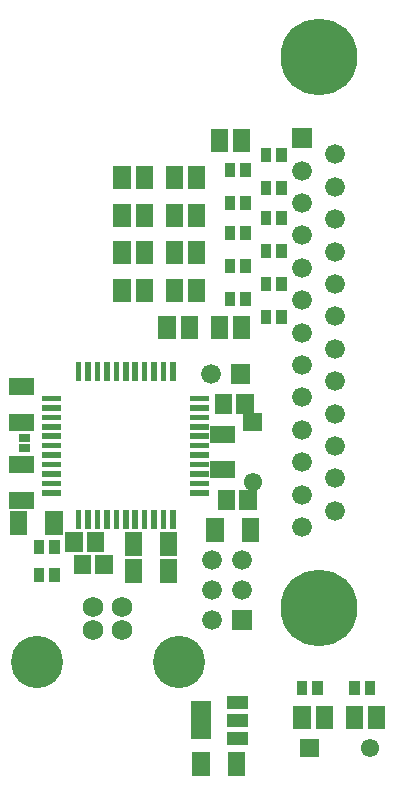
<source format=gbr>
G04 start of page 6 for group -4063 idx -4063 *
G04 Title: (unknown), componentmask *
G04 Creator: pcb 1.99z *
G04 CreationDate: Wed 16 Oct 2013 05:43:19 AM GMT UTC *
G04 For: commonadmin *
G04 Format: Gerber/RS-274X *
G04 PCB-Dimensions: 200000 300000 *
G04 PCB-Coordinate-Origin: lower left *
%MOIN*%
%FSLAX25Y25*%
%LNTOPMASK*%
%ADD83R,0.0257X0.0257*%
%ADD82R,0.0187X0.0187*%
%ADD81R,0.0670X0.0670*%
%ADD80R,0.0430X0.0430*%
%ADD79R,0.0572X0.0572*%
%ADD78R,0.0570X0.0570*%
%ADD77R,0.0355X0.0355*%
%ADD76C,0.0680*%
%ADD75C,0.1740*%
%ADD74C,0.2560*%
%ADD73C,0.0660*%
%ADD72C,0.0610*%
%ADD71C,0.0001*%
G54D71*G36*
X99450Y53050D02*Y46950D01*
X105550D01*
Y53050D01*
X99450D01*
G37*
G54D72*X122500Y50000D03*
G54D71*G36*
X96600Y256500D02*Y249900D01*
X103200D01*
Y256500D01*
X96600D01*
G37*
G54D73*X99900Y242400D03*
X111100Y247800D03*
Y237000D03*
G54D74*X105500Y280200D03*
G54D73*X99900Y199200D03*
Y188400D03*
Y231600D03*
Y220800D03*
Y210000D03*
X111100Y226200D03*
Y215400D03*
Y204600D03*
Y193800D03*
Y183000D03*
X99900Y177600D03*
G54D71*G36*
X76200Y177800D02*Y171200D01*
X82800D01*
Y177800D01*
X76200D01*
G37*
G54D73*X69500Y174500D03*
X99900Y166800D03*
Y156000D03*
Y145200D03*
Y134400D03*
Y123600D03*
X111100Y172200D03*
Y161400D03*
Y150600D03*
Y139800D03*
Y129000D03*
G54D71*G36*
X80450Y161550D02*Y155450D01*
X86550D01*
Y161550D01*
X80450D01*
G37*
G54D72*X83500Y138500D03*
G54D74*X105500Y96600D03*
G54D75*X58900Y78500D03*
G54D71*G36*
X76700Y95800D02*Y89200D01*
X83300D01*
Y95800D01*
X76700D01*
G37*
G54D73*X70000Y92500D03*
X80000Y102500D03*
X70000D03*
G54D76*X40100Y89200D03*
X30300D03*
Y97000D03*
X40100D03*
G54D75*X11500Y78500D03*
G54D73*X80000Y112500D03*
X70000D03*
G54D77*X100000Y70492D02*Y69508D01*
G54D78*X100000Y61000D02*Y59000D01*
G54D77*X105118Y70492D02*Y69508D01*
G54D78*X107400Y61000D02*Y59000D01*
G54D77*X117500Y70492D02*Y69508D01*
X122618Y70492D02*Y69508D01*
G54D78*X117500Y61000D02*Y59000D01*
X124900Y61000D02*Y59000D01*
G54D79*X78110Y45781D02*Y43419D01*
X66300Y45781D02*Y43419D01*
G54D80*X77300Y53000D02*X79700D01*
X77300Y59100D02*X79700D01*
X77300Y65200D02*X79700D01*
G54D81*X66300Y62100D02*Y56100D01*
G54D82*X50696Y128213D02*Y123787D01*
X53846Y128213D02*Y123787D01*
G54D79*X55500Y119181D02*Y116819D01*
Y110181D02*Y107819D01*
G54D82*X56996Y128213D02*Y123787D01*
X63720Y134937D02*X68146D01*
G54D79*X71000Y123681D02*Y121319D01*
X82810Y123681D02*Y121319D01*
X74914Y132893D02*Y132107D01*
X82000Y132893D02*Y132107D01*
G54D82*X34948Y128213D02*Y123787D01*
X38098Y128213D02*Y123787D01*
X41248Y128213D02*Y123787D01*
X44397Y128213D02*Y123787D01*
X47547Y128213D02*Y123787D01*
G54D79*X43690Y119181D02*Y116819D01*
Y110181D02*Y107819D01*
G54D82*X25500Y128213D02*Y123787D01*
X28649Y128213D02*Y123787D01*
X31799Y128213D02*Y123787D01*
G54D79*X5319Y132500D02*X7681D01*
X5500Y126181D02*Y123819D01*
X17310Y126181D02*Y123819D01*
G54D77*X12382Y117492D02*Y116508D01*
X17500Y117492D02*Y116508D01*
G54D79*X24000Y118893D02*Y118107D01*
X31086Y118893D02*Y118107D01*
X26914Y111393D02*Y110607D01*
X34000Y111393D02*Y110607D01*
G54D77*X12382Y107992D02*Y107008D01*
X17500Y107992D02*Y107008D01*
G54D82*X63720Y138086D02*X68146D01*
X63720Y141236D02*X68146D01*
X63720Y144385D02*X68146D01*
X63720Y147535D02*X68146D01*
X63720Y150685D02*X68146D01*
X63720Y153834D02*X68146D01*
X63720Y156984D02*X68146D01*
X63720Y160133D02*X68146D01*
X63720Y163283D02*X68146D01*
X63720Y166433D02*X68146D01*
G54D79*X72319Y154500D02*X74681D01*
X72319Y142690D02*X74681D01*
X73914Y164893D02*Y164107D01*
X81000Y164893D02*Y164107D01*
G54D82*X56996Y177583D02*Y173157D01*
X53847Y177583D02*Y173157D01*
X50697Y177583D02*Y173157D01*
X47548Y177583D02*Y173157D01*
X44398Y177583D02*Y173157D01*
X41248Y177583D02*Y173157D01*
X38099Y177583D02*Y173157D01*
X34949Y177583D02*Y173157D01*
X31800Y177583D02*Y173157D01*
X28650Y177583D02*Y173157D01*
X25500Y177583D02*Y173157D01*
X14350Y166433D02*X18776D01*
G54D79*X5319Y170310D02*X7681D01*
G54D82*X14350Y163284D02*X18776D01*
X14350Y160134D02*X18776D01*
X14350Y156985D02*X18776D01*
G54D79*X5319Y158500D02*X7681D01*
G54D82*X14350Y153835D02*X18776D01*
X14350Y150685D02*X18776D01*
X14350Y147536D02*X18776D01*
X14350Y144386D02*X18776D01*
X14350Y141237D02*X18776D01*
G54D79*X5319Y144310D02*X7681D01*
G54D83*X7107Y150000D02*X7893D01*
X7107Y153148D02*X7893D01*
G54D82*X14350Y138087D02*X18776D01*
X14350Y134937D02*X18776D01*
G54D78*X40000Y216000D02*Y214000D01*
Y203500D02*Y201500D01*
Y241000D02*Y239000D01*
Y228500D02*Y226500D01*
X47400Y216000D02*Y214000D01*
Y203500D02*Y201500D01*
Y241000D02*Y239000D01*
Y228500D02*Y226500D01*
X57500Y216000D02*Y214000D01*
X64900Y216000D02*Y214000D01*
X57500Y241000D02*Y239000D01*
X64900Y241000D02*Y239000D01*
X57500Y228500D02*Y226500D01*
X64900Y228500D02*Y226500D01*
X57500Y203500D02*Y201500D01*
X64900Y203500D02*Y201500D01*
X55000Y191000D02*Y189000D01*
X62400Y191000D02*Y189000D01*
G54D77*X76000Y221992D02*Y221008D01*
Y210992D02*Y210008D01*
X81118Y221992D02*Y221008D01*
Y210992D02*Y210008D01*
G54D78*X72500Y191000D02*Y189000D01*
X79900Y191000D02*Y189000D01*
G54D77*X76000Y199992D02*Y199008D01*
X81118Y199992D02*Y199008D01*
X88000Y204992D02*Y204008D01*
X93118Y204992D02*Y204008D01*
X88000Y193992D02*Y193008D01*
X93118Y193992D02*Y193008D01*
G54D78*X72500Y253500D02*Y251500D01*
G54D77*X76000Y242992D02*Y242008D01*
X81118Y242992D02*Y242008D01*
X76000Y231992D02*Y231008D01*
X81118Y231992D02*Y231008D01*
G54D78*X79900Y253500D02*Y251500D01*
G54D77*X88000Y247992D02*Y247008D01*
X93118Y247992D02*Y247008D01*
X88000Y236992D02*Y236008D01*
X93118Y236992D02*Y236008D01*
X88000Y226992D02*Y226008D01*
X93118Y226992D02*Y226008D01*
X88000Y215992D02*Y215008D01*
X93118Y215992D02*Y215008D01*
M02*

</source>
